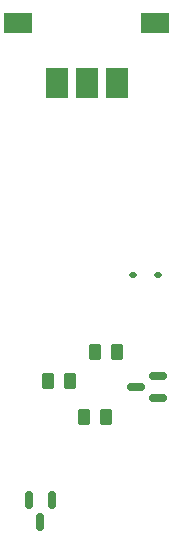
<source format=gbp>
G04 #@! TF.GenerationSoftware,KiCad,Pcbnew,9.0.2*
G04 #@! TF.CreationDate,2025-06-24T11:01:01+02:00*
G04 #@! TF.ProjectId,SenseMatePCB,53656e73-654d-4617-9465-5043422e6b69,rev?*
G04 #@! TF.SameCoordinates,Original*
G04 #@! TF.FileFunction,Paste,Bot*
G04 #@! TF.FilePolarity,Positive*
%FSLAX46Y46*%
G04 Gerber Fmt 4.6, Leading zero omitted, Abs format (unit mm)*
G04 Created by KiCad (PCBNEW 9.0.2) date 2025-06-24 11:01:01*
%MOMM*%
%LPD*%
G01*
G04 APERTURE LIST*
G04 Aperture macros list*
%AMRoundRect*
0 Rectangle with rounded corners*
0 $1 Rounding radius*
0 $2 $3 $4 $5 $6 $7 $8 $9 X,Y pos of 4 corners*
0 Add a 4 corners polygon primitive as box body*
4,1,4,$2,$3,$4,$5,$6,$7,$8,$9,$2,$3,0*
0 Add four circle primitives for the rounded corners*
1,1,$1+$1,$2,$3*
1,1,$1+$1,$4,$5*
1,1,$1+$1,$6,$7*
1,1,$1+$1,$8,$9*
0 Add four rect primitives between the rounded corners*
20,1,$1+$1,$2,$3,$4,$5,0*
20,1,$1+$1,$4,$5,$6,$7,0*
20,1,$1+$1,$6,$7,$8,$9,0*
20,1,$1+$1,$8,$9,$2,$3,0*%
G04 Aperture macros list end*
%ADD10RoundRect,0.250000X0.262500X0.450000X-0.262500X0.450000X-0.262500X-0.450000X0.262500X-0.450000X0*%
%ADD11RoundRect,0.150000X-0.150000X0.587500X-0.150000X-0.587500X0.150000X-0.587500X0.150000X0.587500X0*%
%ADD12RoundRect,0.250000X-0.262500X-0.450000X0.262500X-0.450000X0.262500X0.450000X-0.262500X0.450000X0*%
%ADD13R,1.950000X2.600000*%
%ADD14R,1.900000X2.600000*%
%ADD15R,2.400000X1.700000*%
%ADD16RoundRect,0.112500X-0.187500X-0.112500X0.187500X-0.112500X0.187500X0.112500X-0.187500X0.112500X0*%
%ADD17RoundRect,0.150000X0.587500X0.150000X-0.587500X0.150000X-0.587500X-0.150000X0.587500X-0.150000X0*%
G04 APERTURE END LIST*
D10*
X103125000Y-92000000D03*
X101300000Y-92000000D03*
D11*
X96612500Y-99062500D03*
X98512500Y-99062500D03*
X97562500Y-100937500D03*
D12*
X98212500Y-89000000D03*
X100037500Y-89000000D03*
D13*
X104025000Y-63700000D03*
D14*
X99000000Y-63700000D03*
D15*
X107300000Y-58650000D03*
X95700000Y-58650000D03*
D14*
X101500000Y-63700000D03*
D16*
X105450000Y-80000000D03*
X107550000Y-80000000D03*
D10*
X104037500Y-86500000D03*
X102212500Y-86500000D03*
D17*
X107500000Y-88550000D03*
X107500000Y-90450000D03*
X105625000Y-89500000D03*
M02*

</source>
